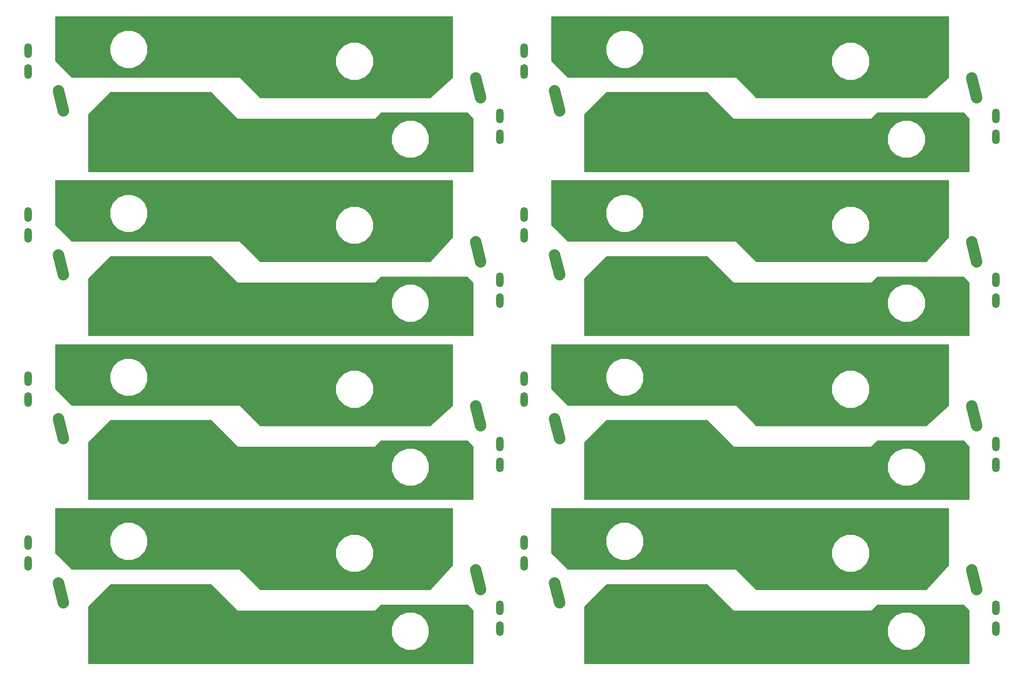
<source format=gbr>
G04 #@! TF.GenerationSoftware,KiCad,Pcbnew,(5.0.0)*
G04 #@! TF.CreationDate,2019-02-08T13:36:19+02:00*
G04 #@! TF.ProjectId,tp_x2_EKA_PnP,74705F78325F454B415F506E502E6B69,3*
G04 #@! TF.SameCoordinates,Original*
G04 #@! TF.FileFunction,Copper,L2,Bot,Signal*
G04 #@! TF.FilePolarity,Positive*
%FSLAX46Y46*%
G04 Gerber Fmt 4.6, Leading zero omitted, Abs format (unit mm)*
G04 Created by KiCad (PCBNEW (5.0.0)) date 02/08/19 13:36:19*
%MOMM*%
%LPD*%
G01*
G04 APERTURE LIST*
G04 #@! TA.AperFunction,ComponentPad*
%ADD10C,2.499360*%
G04 #@! TD*
G04 #@! TA.AperFunction,ComponentPad*
%ADD11C,2.800000*%
G04 #@! TD*
G04 #@! TA.AperFunction,ComponentPad*
%ADD12O,1.800000X3.600000*%
G04 #@! TD*
G04 #@! TA.AperFunction,ComponentPad*
%ADD13O,8.800000X2.800000*%
G04 #@! TD*
G04 #@! TA.AperFunction,Conductor*
%ADD14C,2.800000*%
G04 #@! TD*
G04 #@! TA.AperFunction,ComponentPad*
%ADD15O,3.600000X1.800000*%
G04 #@! TD*
G04 #@! TA.AperFunction,Conductor*
%ADD16C,0.254000*%
G04 #@! TD*
G04 APERTURE END LIST*
D10*
G04 #@! TO.P,H1,1*
G04 #@! TO.N,/LD1*
X178000000Y-171000000D03*
G04 #@! TD*
G04 #@! TO.P,H1,1*
G04 #@! TO.N,/LD1*
X178000000Y-91000000D03*
G04 #@! TD*
G04 #@! TO.P,H1,1*
G04 #@! TO.N,/LD1*
X299000000Y-91000000D03*
G04 #@! TD*
G04 #@! TO.P,H1,1*
G04 #@! TO.N,/LD1*
X301000000Y-171000000D03*
G04 #@! TD*
G04 #@! TO.P,H2,1*
G04 #@! TO.N,/PH3*
X133000000Y-179000000D03*
G04 #@! TD*
G04 #@! TO.P,H2,1*
G04 #@! TO.N,/PH1*
X133000000Y-139000000D03*
G04 #@! TD*
G04 #@! TO.P,H2,1*
G04 #@! TO.N,/PH3*
X187000000Y-179000000D03*
G04 #@! TD*
G04 #@! TO.P,H2,1*
G04 #@! TO.N,/PH3*
X197000000Y-184000000D03*
G04 #@! TD*
G04 #@! TO.P,H2,1*
G04 #@! TO.N,/PH1*
X115000000Y-141000000D03*
G04 #@! TD*
G04 #@! TO.P,H2,1*
G04 #@! TO.N,/PH3*
X115000000Y-181000000D03*
G04 #@! TD*
G04 #@! TO.P,H2,1*
G04 #@! TO.N,/PH3*
X151000000Y-179000000D03*
G04 #@! TD*
G04 #@! TO.P,H1,1*
G04 #@! TO.N,/LD3*
X119000000Y-207000000D03*
G04 #@! TD*
D11*
G04 #@! TO.P,X4,1*
G04 #@! TO.N,/LD3*
X152500000Y-211100000D03*
X147500000Y-211100000D03*
X142500000Y-211100000D03*
X152500000Y-204000000D03*
X147500000Y-204000000D03*
X142500000Y-204000000D03*
G04 #@! TD*
G04 #@! TO.P,X5,1*
G04 #@! TO.N,/PH3*
X158000000Y-180900000D03*
X163000000Y-180900000D03*
X168000000Y-180900000D03*
X158000000Y-188000000D03*
X163000000Y-188000000D03*
X168000000Y-188000000D03*
G04 #@! TD*
D12*
G04 #@! TO.P,X17,1*
G04 #@! TO.N,/CTRL3A*
X99400000Y-184420000D03*
X99400000Y-189500000D03*
G04 #@! TD*
D10*
G04 #@! TO.P,H2,1*
G04 #@! TO.N,/PH1*
X254000000Y-139000000D03*
G04 #@! TD*
G04 #@! TO.P,H2,1*
G04 #@! TO.N,/PH3*
X308000000Y-179000000D03*
G04 #@! TD*
G04 #@! TO.P,H2,1*
G04 #@! TO.N,/PH3*
X318000000Y-184000000D03*
G04 #@! TD*
G04 #@! TO.P,H1,1*
G04 #@! TO.N,/LD3*
X240000000Y-207000000D03*
G04 #@! TD*
G04 #@! TO.P,H2,1*
G04 #@! TO.N,/PH1*
X236000000Y-141000000D03*
G04 #@! TD*
G04 #@! TO.P,H2,1*
G04 #@! TO.N,/PH3*
X272000000Y-179000000D03*
G04 #@! TD*
D12*
G04 #@! TO.P,X17,1*
G04 #@! TO.N,/CTRL3A*
X220400000Y-189500000D03*
X220400000Y-184420000D03*
G04 #@! TD*
D11*
G04 #@! TO.P,X5,1*
G04 #@! TO.N,/PH3*
X289000000Y-188000000D03*
X284000000Y-188000000D03*
X279000000Y-188000000D03*
X289000000Y-180900000D03*
X284000000Y-180900000D03*
X279000000Y-180900000D03*
G04 #@! TD*
G04 #@! TO.P,X4,1*
G04 #@! TO.N,/LD3*
X263500000Y-204000000D03*
X268500000Y-204000000D03*
X273500000Y-204000000D03*
X263500000Y-211100000D03*
X268500000Y-211100000D03*
X273500000Y-211100000D03*
G04 #@! TD*
D10*
G04 #@! TO.P,H2,1*
G04 #@! TO.N,/PH3*
X254000000Y-179000000D03*
G04 #@! TD*
G04 #@! TO.P,H2,1*
G04 #@! TO.N,/PH3*
X236000000Y-181000000D03*
G04 #@! TD*
D13*
G04 #@! TO.P,V2.1,3*
G04 #@! TO.N,/PH3*
X234619236Y-188634980D03*
D11*
G04 #@! TO.P,V2.1,1*
G04 #@! TO.N,/LD3*
X239307528Y-199296590D03*
D14*
G04 #@! TD*
G04 #@! TO.N,/LD3*
G04 #@! TO.C,V2.1*
X237261533Y-201490651D02*
X241353523Y-197102529D01*
D11*
G04 #@! TO.P,V2.1,2*
G04 #@! TO.N,Net-(D1-Pad1)*
X228389270Y-196635452D03*
D14*
G04 #@! TD*
G04 #@! TO.N,Net-(D1-Pad1)*
G04 #@! TO.C,V2.1*
X227784465Y-194209713D02*
X228994075Y-199061191D01*
D10*
G04 #@! TO.P,H1,1*
G04 #@! TO.N,/LD3*
X321000000Y-208000000D03*
G04 #@! TD*
G04 #@! TO.P,H2,1*
G04 #@! TO.N,/PH3*
X311000000Y-191000000D03*
G04 #@! TD*
G04 #@! TO.P,H1,1*
G04 #@! TO.N,/LD3*
X282000000Y-211000000D03*
G04 #@! TD*
D11*
G04 #@! TO.P,X2,1*
G04 #@! TO.N,/PH1*
X279000000Y-140900000D03*
X284000000Y-140900000D03*
X289000000Y-140900000D03*
X279000000Y-148000000D03*
X284000000Y-148000000D03*
X289000000Y-148000000D03*
G04 #@! TD*
D13*
G04 #@! TO.P,V2.2,3*
G04 #@! TO.N,/LD3*
X323880764Y-201465020D03*
D11*
G04 #@! TO.P,V2.2,1*
G04 #@! TO.N,/PH3*
X319192472Y-190803410D03*
D14*
G04 #@! TD*
G04 #@! TO.N,/PH3*
G04 #@! TO.C,V2.2*
X321238467Y-188609349D02*
X317146477Y-192997471D01*
D11*
G04 #@! TO.P,V2.2,2*
G04 #@! TO.N,Net-(D2-Pad1)*
X330110730Y-193464548D03*
D14*
G04 #@! TD*
G04 #@! TO.N,Net-(D2-Pad1)*
G04 #@! TO.C,V2.2*
X330715535Y-195890287D02*
X329505925Y-191038809D01*
D10*
G04 #@! TO.P,H1,1*
G04 #@! TO.N,/LD1*
X321000000Y-168000000D03*
G04 #@! TD*
G04 #@! TO.P,H2,1*
G04 #@! TO.N,/PH1*
X311000000Y-151000000D03*
G04 #@! TD*
D15*
G04 #@! TO.P,X6,1*
G04 #@! TO.N,/LD3*
X292040000Y-205000000D03*
X286960000Y-205000000D03*
G04 #@! TD*
D10*
G04 #@! TO.P,H1,1*
G04 #@! TO.N,/LD1*
X252000000Y-169000000D03*
G04 #@! TD*
G04 #@! TO.P,H2,1*
G04 #@! TO.N,/PH1*
X308000000Y-139000000D03*
G04 #@! TD*
G04 #@! TO.P,H1,1*
G04 #@! TO.N,/LD1*
X240000000Y-167000000D03*
G04 #@! TD*
G04 #@! TO.P,H1,1*
G04 #@! TO.N,/LD1*
X282000000Y-171000000D03*
G04 #@! TD*
G04 #@! TO.P,H2,1*
G04 #@! TO.N,/PH1*
X318000000Y-144000000D03*
G04 #@! TD*
G04 #@! TO.P,H1,1*
G04 #@! TO.N,/LD3*
X306000000Y-204000000D03*
G04 #@! TD*
G04 #@! TO.P,H1,1*
G04 #@! TO.N,/LD1*
X306000000Y-164000000D03*
G04 #@! TD*
D12*
G04 #@! TO.P,X7,1*
G04 #@! TO.N,/CTRL1B*
X335500000Y-165440000D03*
X335500000Y-160360000D03*
G04 #@! TD*
D10*
G04 #@! TO.P,H2,1*
G04 #@! TO.N,/PH1*
X272000000Y-139000000D03*
G04 #@! TD*
D15*
G04 #@! TO.P,X3,1*
G04 #@! TO.N,/LD1*
X286960000Y-165000000D03*
X292040000Y-165000000D03*
G04 #@! TD*
D11*
G04 #@! TO.P,V1.1,2*
G04 #@! TO.N,Net-(D3-Pad1)*
X228389270Y-156635452D03*
D14*
G04 #@! TD*
G04 #@! TO.N,Net-(D3-Pad1)*
G04 #@! TO.C,V1.1*
X227784465Y-154209713D02*
X228994075Y-159061191D01*
D11*
G04 #@! TO.P,V1.1,1*
G04 #@! TO.N,/LD1*
X239307528Y-159296590D03*
D14*
G04 #@! TD*
G04 #@! TO.N,/LD1*
G04 #@! TO.C,V1.1*
X237261533Y-161490651D02*
X241353523Y-157102529D01*
D13*
G04 #@! TO.P,V1.1,3*
G04 #@! TO.N,/PH1*
X234619236Y-148634980D03*
G04 #@! TD*
D12*
G04 #@! TO.P,X9,1*
G04 #@! TO.N,/CTRL1A*
X220400000Y-144420000D03*
X220400000Y-149500000D03*
G04 #@! TD*
D11*
G04 #@! TO.P,X1,1*
G04 #@! TO.N,/LD1*
X273500000Y-171100000D03*
X268500000Y-171100000D03*
X263500000Y-171100000D03*
X273500000Y-164000000D03*
X268500000Y-164000000D03*
X263500000Y-164000000D03*
G04 #@! TD*
D15*
G04 #@! TO.P,X12,1*
G04 #@! TO.N,/PH1*
X266740000Y-143900000D03*
X261660000Y-143900000D03*
G04 #@! TD*
D10*
G04 #@! TO.P,H1,1*
G04 #@! TO.N,/LD1*
X247000000Y-159000000D03*
G04 #@! TD*
D11*
G04 #@! TO.P,V1.2,2*
G04 #@! TO.N,Net-(D4-Pad1)*
X330110730Y-153464548D03*
D14*
G04 #@! TD*
G04 #@! TO.N,Net-(D4-Pad1)*
G04 #@! TO.C,V1.2*
X330715535Y-155890287D02*
X329505925Y-151038809D01*
D11*
G04 #@! TO.P,V1.2,1*
G04 #@! TO.N,/PH1*
X319192472Y-150803410D03*
D14*
G04 #@! TD*
G04 #@! TO.N,/PH1*
G04 #@! TO.C,V1.2*
X321238467Y-148609349D02*
X317146477Y-152997471D01*
D13*
G04 #@! TO.P,V1.2,3*
G04 #@! TO.N,/LD1*
X323880764Y-161465020D03*
G04 #@! TD*
D15*
G04 #@! TO.P,X26,1*
G04 #@! TO.N,/PH3*
X261660000Y-183900000D03*
X266740000Y-183900000D03*
G04 #@! TD*
D10*
G04 #@! TO.P,H1,1*
G04 #@! TO.N,/LD3*
X252000000Y-209000000D03*
G04 #@! TD*
G04 #@! TO.P,H1,1*
G04 #@! TO.N,/LD3*
X247000000Y-199000000D03*
G04 #@! TD*
D15*
G04 #@! TO.P,X12,1*
G04 #@! TO.N,/PH1*
X140660000Y-143900000D03*
X145740000Y-143900000D03*
G04 #@! TD*
D13*
G04 #@! TO.P,V1.1,3*
G04 #@! TO.N,/PH1*
X113619236Y-148634980D03*
D11*
G04 #@! TO.P,V1.1,1*
G04 #@! TO.N,/LD1*
X118307528Y-159296590D03*
D14*
G04 #@! TD*
G04 #@! TO.N,/LD1*
G04 #@! TO.C,V1.1*
X116261533Y-161490651D02*
X120353523Y-157102529D01*
D11*
G04 #@! TO.P,V1.1,2*
G04 #@! TO.N,Net-(D3-Pad1)*
X107389270Y-156635452D03*
D14*
G04 #@! TD*
G04 #@! TO.N,Net-(D3-Pad1)*
G04 #@! TO.C,V1.1*
X106784465Y-154209713D02*
X107994075Y-159061191D01*
D11*
G04 #@! TO.P,X1,1*
G04 #@! TO.N,/LD1*
X142500000Y-164000000D03*
X147500000Y-164000000D03*
X152500000Y-164000000D03*
X142500000Y-171100000D03*
X147500000Y-171100000D03*
X152500000Y-171100000D03*
G04 #@! TD*
D12*
G04 #@! TO.P,X9,1*
G04 #@! TO.N,/CTRL1A*
X99400000Y-149500000D03*
X99400000Y-144420000D03*
G04 #@! TD*
D13*
G04 #@! TO.P,V1.2,3*
G04 #@! TO.N,/LD1*
X202880764Y-161465020D03*
D11*
G04 #@! TO.P,V1.2,1*
G04 #@! TO.N,/PH1*
X198192472Y-150803410D03*
D14*
G04 #@! TD*
G04 #@! TO.N,/PH1*
G04 #@! TO.C,V1.2*
X200238467Y-148609349D02*
X196146477Y-152997471D01*
D11*
G04 #@! TO.P,V1.2,2*
G04 #@! TO.N,Net-(D4-Pad1)*
X209110730Y-153464548D03*
D14*
G04 #@! TD*
G04 #@! TO.N,Net-(D4-Pad1)*
G04 #@! TO.C,V1.2*
X209715535Y-155890287D02*
X208505925Y-151038809D01*
D15*
G04 #@! TO.P,X3,1*
G04 #@! TO.N,/LD1*
X171040000Y-165000000D03*
X165960000Y-165000000D03*
G04 #@! TD*
D12*
G04 #@! TO.P,X7,1*
G04 #@! TO.N,/CTRL1B*
X214500000Y-160360000D03*
X214500000Y-165440000D03*
G04 #@! TD*
D10*
G04 #@! TO.P,H1,1*
G04 #@! TO.N,/LD1*
X185000000Y-164000000D03*
G04 #@! TD*
G04 #@! TO.P,H2,1*
G04 #@! TO.N,/PH1*
X151000000Y-139000000D03*
G04 #@! TD*
G04 #@! TO.P,H1,1*
G04 #@! TO.N,/LD1*
X126000000Y-159000000D03*
G04 #@! TD*
G04 #@! TO.P,H1,1*
G04 #@! TO.N,/LD1*
X131000000Y-169000000D03*
G04 #@! TD*
G04 #@! TO.P,H1,1*
G04 #@! TO.N,/LD1*
X161000000Y-171000000D03*
G04 #@! TD*
G04 #@! TO.P,H1,1*
G04 #@! TO.N,/LD1*
X200000000Y-168000000D03*
G04 #@! TD*
G04 #@! TO.P,H2,1*
G04 #@! TO.N,/PH1*
X190000000Y-151000000D03*
G04 #@! TD*
G04 #@! TO.P,H2,1*
G04 #@! TO.N,/PH1*
X187000000Y-139000000D03*
G04 #@! TD*
G04 #@! TO.P,H1,1*
G04 #@! TO.N,/LD1*
X119000000Y-167000000D03*
G04 #@! TD*
D11*
G04 #@! TO.P,X2,1*
G04 #@! TO.N,/PH1*
X168000000Y-148000000D03*
X163000000Y-148000000D03*
X158000000Y-148000000D03*
X168000000Y-140900000D03*
X163000000Y-140900000D03*
X158000000Y-140900000D03*
G04 #@! TD*
D12*
G04 #@! TO.P,X14,1*
G04 #@! TO.N,/CTRL3B*
X335500000Y-200360000D03*
X335500000Y-205440000D03*
G04 #@! TD*
D10*
G04 #@! TO.P,H1,1*
G04 #@! TO.N,/LD3*
X300000000Y-211000000D03*
G04 #@! TD*
G04 #@! TO.P,H2,1*
G04 #@! TO.N,/PH1*
X197000000Y-144000000D03*
G04 #@! TD*
G04 #@! TO.P,H1,1*
G04 #@! TO.N,/LD3*
X185000000Y-204000000D03*
G04 #@! TD*
D11*
G04 #@! TO.P,V2.1,2*
G04 #@! TO.N,Net-(D1-Pad1)*
X107389270Y-196635452D03*
D14*
G04 #@! TD*
G04 #@! TO.N,Net-(D1-Pad1)*
G04 #@! TO.C,V2.1*
X106784465Y-194209713D02*
X107994075Y-199061191D01*
D11*
G04 #@! TO.P,V2.1,1*
G04 #@! TO.N,/LD3*
X118307528Y-199296590D03*
D14*
G04 #@! TD*
G04 #@! TO.N,/LD3*
G04 #@! TO.C,V2.1*
X116261533Y-201490651D02*
X120353523Y-197102529D01*
D13*
G04 #@! TO.P,V2.1,3*
G04 #@! TO.N,/PH3*
X113619236Y-188634980D03*
G04 #@! TD*
D15*
G04 #@! TO.P,X6,1*
G04 #@! TO.N,/LD3*
X165960000Y-205000000D03*
X171040000Y-205000000D03*
G04 #@! TD*
D10*
G04 #@! TO.P,H1,1*
G04 #@! TO.N,/LD3*
X200000000Y-208000000D03*
G04 #@! TD*
G04 #@! TO.P,H2,1*
G04 #@! TO.N,/PH3*
X190000000Y-191000000D03*
G04 #@! TD*
G04 #@! TO.P,H1,1*
G04 #@! TO.N,/LD3*
X161000000Y-211000000D03*
G04 #@! TD*
D11*
G04 #@! TO.P,V2.2,2*
G04 #@! TO.N,Net-(D2-Pad1)*
X209110730Y-193464548D03*
D14*
G04 #@! TD*
G04 #@! TO.N,Net-(D2-Pad1)*
G04 #@! TO.C,V2.2*
X209715535Y-195890287D02*
X208505925Y-191038809D01*
D11*
G04 #@! TO.P,V2.2,1*
G04 #@! TO.N,/PH3*
X198192472Y-190803410D03*
D14*
G04 #@! TD*
G04 #@! TO.N,/PH3*
G04 #@! TO.C,V2.2*
X200238467Y-188609349D02*
X196146477Y-192997471D01*
D13*
G04 #@! TO.P,V2.2,3*
G04 #@! TO.N,/LD3*
X202880764Y-201465020D03*
G04 #@! TD*
D12*
G04 #@! TO.P,X14,1*
G04 #@! TO.N,/CTRL3B*
X214500000Y-205440000D03*
X214500000Y-200360000D03*
G04 #@! TD*
D10*
G04 #@! TO.P,H1,1*
G04 #@! TO.N,/LD3*
X179000000Y-211000000D03*
G04 #@! TD*
D15*
G04 #@! TO.P,X26,1*
G04 #@! TO.N,/PH3*
X145740000Y-183900000D03*
X140660000Y-183900000D03*
G04 #@! TD*
D10*
G04 #@! TO.P,H1,1*
G04 #@! TO.N,/LD3*
X131000000Y-209000000D03*
G04 #@! TD*
G04 #@! TO.P,H1,1*
G04 #@! TO.N,/LD3*
X126000000Y-199000000D03*
G04 #@! TD*
G04 #@! TO.P,H2,1*
G04 #@! TO.N,/PH3*
X254000000Y-99000000D03*
G04 #@! TD*
G04 #@! TO.P,H2,1*
G04 #@! TO.N,/PH1*
X254000000Y-59000000D03*
G04 #@! TD*
G04 #@! TO.P,H2,1*
G04 #@! TO.N,/PH3*
X308000000Y-99000000D03*
G04 #@! TD*
G04 #@! TO.P,H2,1*
G04 #@! TO.N,/PH3*
X318000000Y-104000000D03*
G04 #@! TD*
G04 #@! TO.P,H2,1*
G04 #@! TO.N,/PH1*
X236000000Y-61000000D03*
G04 #@! TD*
G04 #@! TO.P,H2,1*
G04 #@! TO.N,/PH3*
X236000000Y-101000000D03*
G04 #@! TD*
G04 #@! TO.P,H2,1*
G04 #@! TO.N,/PH3*
X272000000Y-99000000D03*
G04 #@! TD*
G04 #@! TO.P,H1,1*
G04 #@! TO.N,/LD3*
X240000000Y-127000000D03*
G04 #@! TD*
D11*
G04 #@! TO.P,X4,1*
G04 #@! TO.N,/LD3*
X273500000Y-131100000D03*
X268500000Y-131100000D03*
X263500000Y-131100000D03*
X273500000Y-124000000D03*
X268500000Y-124000000D03*
X263500000Y-124000000D03*
G04 #@! TD*
G04 #@! TO.P,X5,1*
G04 #@! TO.N,/PH3*
X279000000Y-100900000D03*
X284000000Y-100900000D03*
X289000000Y-100900000D03*
X279000000Y-108000000D03*
X284000000Y-108000000D03*
X289000000Y-108000000D03*
G04 #@! TD*
D12*
G04 #@! TO.P,X17,1*
G04 #@! TO.N,/CTRL3A*
X220400000Y-104420000D03*
X220400000Y-109500000D03*
G04 #@! TD*
D15*
G04 #@! TO.P,X12,1*
G04 #@! TO.N,/PH1*
X261660000Y-63900000D03*
X266740000Y-63900000D03*
G04 #@! TD*
D13*
G04 #@! TO.P,V1.1,3*
G04 #@! TO.N,/PH1*
X234619236Y-68634980D03*
D11*
G04 #@! TO.P,V1.1,1*
G04 #@! TO.N,/LD1*
X239307528Y-79296590D03*
D14*
G04 #@! TD*
G04 #@! TO.N,/LD1*
G04 #@! TO.C,V1.1*
X237261533Y-81490651D02*
X241353523Y-77102529D01*
D11*
G04 #@! TO.P,V1.1,2*
G04 #@! TO.N,Net-(D3-Pad1)*
X228389270Y-76635452D03*
D14*
G04 #@! TD*
G04 #@! TO.N,Net-(D3-Pad1)*
G04 #@! TO.C,V1.1*
X227784465Y-74209713D02*
X228994075Y-79061191D01*
D11*
G04 #@! TO.P,X1,1*
G04 #@! TO.N,/LD1*
X263500000Y-84000000D03*
X268500000Y-84000000D03*
X273500000Y-84000000D03*
X263500000Y-91100000D03*
X268500000Y-91100000D03*
X273500000Y-91100000D03*
G04 #@! TD*
D12*
G04 #@! TO.P,X9,1*
G04 #@! TO.N,/CTRL1A*
X220400000Y-69500000D03*
X220400000Y-64420000D03*
G04 #@! TD*
D13*
G04 #@! TO.P,V1.2,3*
G04 #@! TO.N,/LD1*
X323880764Y-81465020D03*
D11*
G04 #@! TO.P,V1.2,1*
G04 #@! TO.N,/PH1*
X319192472Y-70803410D03*
D14*
G04 #@! TD*
G04 #@! TO.N,/PH1*
G04 #@! TO.C,V1.2*
X321238467Y-68609349D02*
X317146477Y-72997471D01*
D11*
G04 #@! TO.P,V1.2,2*
G04 #@! TO.N,Net-(D4-Pad1)*
X330110730Y-73464548D03*
D14*
G04 #@! TD*
G04 #@! TO.N,Net-(D4-Pad1)*
G04 #@! TO.C,V1.2*
X330715535Y-75890287D02*
X329505925Y-71038809D01*
D15*
G04 #@! TO.P,X3,1*
G04 #@! TO.N,/LD1*
X292040000Y-85000000D03*
X286960000Y-85000000D03*
G04 #@! TD*
D12*
G04 #@! TO.P,X7,1*
G04 #@! TO.N,/CTRL1B*
X335500000Y-80360000D03*
X335500000Y-85440000D03*
G04 #@! TD*
D10*
G04 #@! TO.P,H1,1*
G04 #@! TO.N,/LD1*
X306000000Y-84000000D03*
G04 #@! TD*
G04 #@! TO.P,H2,1*
G04 #@! TO.N,/PH1*
X272000000Y-59000000D03*
G04 #@! TD*
G04 #@! TO.P,H1,1*
G04 #@! TO.N,/LD1*
X247000000Y-79000000D03*
G04 #@! TD*
G04 #@! TO.P,H1,1*
G04 #@! TO.N,/LD1*
X252000000Y-89000000D03*
G04 #@! TD*
G04 #@! TO.P,H1,1*
G04 #@! TO.N,/LD1*
X282000000Y-91000000D03*
G04 #@! TD*
G04 #@! TO.P,H1,1*
G04 #@! TO.N,/LD1*
X321000000Y-88000000D03*
G04 #@! TD*
G04 #@! TO.P,H2,1*
G04 #@! TO.N,/PH1*
X311000000Y-71000000D03*
G04 #@! TD*
G04 #@! TO.P,H2,1*
G04 #@! TO.N,/PH1*
X308000000Y-59000000D03*
G04 #@! TD*
G04 #@! TO.P,H1,1*
G04 #@! TO.N,/LD1*
X240000000Y-87000000D03*
G04 #@! TD*
D11*
G04 #@! TO.P,X2,1*
G04 #@! TO.N,/PH1*
X289000000Y-68000000D03*
X284000000Y-68000000D03*
X279000000Y-68000000D03*
X289000000Y-60900000D03*
X284000000Y-60900000D03*
X279000000Y-60900000D03*
G04 #@! TD*
D10*
G04 #@! TO.P,H2,1*
G04 #@! TO.N,/PH1*
X318000000Y-64000000D03*
G04 #@! TD*
G04 #@! TO.P,H1,1*
G04 #@! TO.N,/LD3*
X306000000Y-124000000D03*
G04 #@! TD*
D11*
G04 #@! TO.P,V2.1,2*
G04 #@! TO.N,Net-(D1-Pad1)*
X228389270Y-116635452D03*
D14*
G04 #@! TD*
G04 #@! TO.N,Net-(D1-Pad1)*
G04 #@! TO.C,V2.1*
X227784465Y-114209713D02*
X228994075Y-119061191D01*
D11*
G04 #@! TO.P,V2.1,1*
G04 #@! TO.N,/LD3*
X239307528Y-119296590D03*
D14*
G04 #@! TD*
G04 #@! TO.N,/LD3*
G04 #@! TO.C,V2.1*
X237261533Y-121490651D02*
X241353523Y-117102529D01*
D13*
G04 #@! TO.P,V2.1,3*
G04 #@! TO.N,/PH3*
X234619236Y-108634980D03*
G04 #@! TD*
D15*
G04 #@! TO.P,X6,1*
G04 #@! TO.N,/LD3*
X286960000Y-125000000D03*
X292040000Y-125000000D03*
G04 #@! TD*
D10*
G04 #@! TO.P,H1,1*
G04 #@! TO.N,/LD3*
X321000000Y-128000000D03*
G04 #@! TD*
G04 #@! TO.P,H2,1*
G04 #@! TO.N,/PH3*
X311000000Y-111000000D03*
G04 #@! TD*
G04 #@! TO.P,H1,1*
G04 #@! TO.N,/LD3*
X282000000Y-131000000D03*
G04 #@! TD*
D11*
G04 #@! TO.P,V2.2,2*
G04 #@! TO.N,Net-(D2-Pad1)*
X330110730Y-113464548D03*
D14*
G04 #@! TD*
G04 #@! TO.N,Net-(D2-Pad1)*
G04 #@! TO.C,V2.2*
X330715535Y-115890287D02*
X329505925Y-111038809D01*
D11*
G04 #@! TO.P,V2.2,1*
G04 #@! TO.N,/PH3*
X319192472Y-110803410D03*
D14*
G04 #@! TD*
G04 #@! TO.N,/PH3*
G04 #@! TO.C,V2.2*
X321238467Y-108609349D02*
X317146477Y-112997471D01*
D13*
G04 #@! TO.P,V2.2,3*
G04 #@! TO.N,/LD3*
X323880764Y-121465020D03*
G04 #@! TD*
D12*
G04 #@! TO.P,X14,1*
G04 #@! TO.N,/CTRL3B*
X335500000Y-125440000D03*
X335500000Y-120360000D03*
G04 #@! TD*
D10*
G04 #@! TO.P,H1,1*
G04 #@! TO.N,/LD3*
X300000000Y-131000000D03*
G04 #@! TD*
D15*
G04 #@! TO.P,X26,1*
G04 #@! TO.N,/PH3*
X266740000Y-103900000D03*
X261660000Y-103900000D03*
G04 #@! TD*
D10*
G04 #@! TO.P,H1,1*
G04 #@! TO.N,/LD3*
X252000000Y-129000000D03*
G04 #@! TD*
G04 #@! TO.P,H1,1*
G04 #@! TO.N,/LD3*
X247000000Y-119000000D03*
G04 #@! TD*
D12*
G04 #@! TO.P,X14,1*
G04 #@! TO.N,/CTRL3B*
X214500000Y-120360000D03*
X214500000Y-125440000D03*
G04 #@! TD*
D15*
G04 #@! TO.P,X26,1*
G04 #@! TO.N,/PH3*
X140660000Y-103900000D03*
X145740000Y-103900000D03*
G04 #@! TD*
D13*
G04 #@! TO.P,V2.1,3*
G04 #@! TO.N,/PH3*
X113619236Y-108634980D03*
D11*
G04 #@! TO.P,V2.1,1*
G04 #@! TO.N,/LD3*
X118307528Y-119296590D03*
D14*
G04 #@! TD*
G04 #@! TO.N,/LD3*
G04 #@! TO.C,V2.1*
X116261533Y-121490651D02*
X120353523Y-117102529D01*
D11*
G04 #@! TO.P,V2.1,2*
G04 #@! TO.N,Net-(D1-Pad1)*
X107389270Y-116635452D03*
D14*
G04 #@! TD*
G04 #@! TO.N,Net-(D1-Pad1)*
G04 #@! TO.C,V2.1*
X106784465Y-114209713D02*
X107994075Y-119061191D01*
D13*
G04 #@! TO.P,V2.2,3*
G04 #@! TO.N,/LD3*
X202880764Y-121465020D03*
D11*
G04 #@! TO.P,V2.2,1*
G04 #@! TO.N,/PH3*
X198192472Y-110803410D03*
D14*
G04 #@! TD*
G04 #@! TO.N,/PH3*
G04 #@! TO.C,V2.2*
X200238467Y-108609349D02*
X196146477Y-112997471D01*
D11*
G04 #@! TO.P,V2.2,2*
G04 #@! TO.N,Net-(D2-Pad1)*
X209110730Y-113464548D03*
D14*
G04 #@! TD*
G04 #@! TO.N,Net-(D2-Pad1)*
G04 #@! TO.C,V2.2*
X209715535Y-115890287D02*
X208505925Y-111038809D01*
D15*
G04 #@! TO.P,X6,1*
G04 #@! TO.N,/LD3*
X171040000Y-125000000D03*
X165960000Y-125000000D03*
G04 #@! TD*
D10*
G04 #@! TO.P,H1,1*
G04 #@! TO.N,/LD3*
X185000000Y-124000000D03*
G04 #@! TD*
G04 #@! TO.P,H1,1*
G04 #@! TO.N,/LD3*
X179000000Y-131000000D03*
G04 #@! TD*
G04 #@! TO.P,H1,1*
G04 #@! TO.N,/LD3*
X161000000Y-131000000D03*
G04 #@! TD*
G04 #@! TO.P,H1,1*
G04 #@! TO.N,/LD3*
X126000000Y-119000000D03*
G04 #@! TD*
G04 #@! TO.P,H1,1*
G04 #@! TO.N,/LD3*
X131000000Y-129000000D03*
G04 #@! TD*
G04 #@! TO.P,H2,1*
G04 #@! TO.N,/PH3*
X190000000Y-111000000D03*
G04 #@! TD*
G04 #@! TO.P,H1,1*
G04 #@! TO.N,/LD3*
X200000000Y-128000000D03*
G04 #@! TD*
G04 #@! TO.P,H2,1*
G04 #@! TO.N,/PH3*
X197000000Y-104000000D03*
G04 #@! TD*
D12*
G04 #@! TO.P,X17,1*
G04 #@! TO.N,/CTRL3A*
X99400000Y-109500000D03*
X99400000Y-104420000D03*
G04 #@! TD*
D11*
G04 #@! TO.P,X5,1*
G04 #@! TO.N,/PH3*
X168000000Y-108000000D03*
X163000000Y-108000000D03*
X158000000Y-108000000D03*
X168000000Y-100900000D03*
X163000000Y-100900000D03*
X158000000Y-100900000D03*
G04 #@! TD*
G04 #@! TO.P,X4,1*
G04 #@! TO.N,/LD3*
X142500000Y-124000000D03*
X147500000Y-124000000D03*
X152500000Y-124000000D03*
X142500000Y-131100000D03*
X147500000Y-131100000D03*
X152500000Y-131100000D03*
G04 #@! TD*
D10*
G04 #@! TO.P,H1,1*
G04 #@! TO.N,/LD3*
X119000000Y-127000000D03*
G04 #@! TD*
G04 #@! TO.P,H2,1*
G04 #@! TO.N,/PH3*
X151000000Y-99000000D03*
G04 #@! TD*
G04 #@! TO.P,H2,1*
G04 #@! TO.N,/PH3*
X133000000Y-99000000D03*
G04 #@! TD*
G04 #@! TO.P,H2,1*
G04 #@! TO.N,/PH3*
X187000000Y-99000000D03*
G04 #@! TD*
G04 #@! TO.P,H2,1*
G04 #@! TO.N,/PH3*
X115000000Y-101000000D03*
G04 #@! TD*
G04 #@! TO.P,H2,1*
G04 #@! TO.N,/PH1*
X115000000Y-61000000D03*
G04 #@! TD*
G04 #@! TO.P,H2,1*
G04 #@! TO.N,/PH1*
X133000000Y-59000000D03*
G04 #@! TD*
G04 #@! TO.P,H2,1*
G04 #@! TO.N,/PH1*
X151000000Y-59000000D03*
G04 #@! TD*
G04 #@! TO.P,H2,1*
G04 #@! TO.N,/PH1*
X187000000Y-59000000D03*
G04 #@! TD*
G04 #@! TO.P,H2,1*
G04 #@! TO.N,/PH1*
X190000000Y-71000000D03*
G04 #@! TD*
G04 #@! TO.P,H1,1*
G04 #@! TO.N,/LD1*
X200000000Y-88000000D03*
G04 #@! TD*
G04 #@! TO.P,H1,1*
G04 #@! TO.N,/LD1*
X185000000Y-84000000D03*
G04 #@! TD*
G04 #@! TO.P,H1,1*
G04 #@! TO.N,/LD1*
X161000000Y-91000000D03*
G04 #@! TD*
G04 #@! TO.P,H1,1*
G04 #@! TO.N,/LD1*
X131000000Y-89000000D03*
G04 #@! TD*
G04 #@! TO.P,H1,1*
G04 #@! TO.N,/LD1*
X126000000Y-79000000D03*
G04 #@! TD*
D15*
G04 #@! TO.P,X3,1*
G04 #@! TO.N,/LD1*
X165960000Y-85000000D03*
X171040000Y-85000000D03*
G04 #@! TD*
D11*
G04 #@! TO.P,V1.2,2*
G04 #@! TO.N,Net-(D4-Pad1)*
X209110730Y-73464548D03*
D14*
G04 #@! TD*
G04 #@! TO.N,Net-(D4-Pad1)*
G04 #@! TO.C,V1.2*
X209715535Y-75890287D02*
X208505925Y-71038809D01*
D11*
G04 #@! TO.P,V1.2,1*
G04 #@! TO.N,/PH1*
X198192472Y-70803410D03*
D14*
G04 #@! TD*
G04 #@! TO.N,/PH1*
G04 #@! TO.C,V1.2*
X200238467Y-68609349D02*
X196146477Y-72997471D01*
D13*
G04 #@! TO.P,V1.2,3*
G04 #@! TO.N,/LD1*
X202880764Y-81465020D03*
G04 #@! TD*
D11*
G04 #@! TO.P,V1.1,2*
G04 #@! TO.N,Net-(D3-Pad1)*
X107389270Y-76635452D03*
D14*
G04 #@! TD*
G04 #@! TO.N,Net-(D3-Pad1)*
G04 #@! TO.C,V1.1*
X106784465Y-74209713D02*
X107994075Y-79061191D01*
D11*
G04 #@! TO.P,V1.1,1*
G04 #@! TO.N,/LD1*
X118307528Y-79296590D03*
D14*
G04 #@! TD*
G04 #@! TO.N,/LD1*
G04 #@! TO.C,V1.1*
X116261533Y-81490651D02*
X120353523Y-77102529D01*
D13*
G04 #@! TO.P,V1.1,3*
G04 #@! TO.N,/PH1*
X113619236Y-68634980D03*
G04 #@! TD*
D12*
G04 #@! TO.P,X7,1*
G04 #@! TO.N,/CTRL1B*
X214500000Y-85440000D03*
X214500000Y-80360000D03*
G04 #@! TD*
D15*
G04 #@! TO.P,X12,1*
G04 #@! TO.N,/PH1*
X145740000Y-63900000D03*
X140660000Y-63900000D03*
G04 #@! TD*
D12*
G04 #@! TO.P,X9,1*
G04 #@! TO.N,/CTRL1A*
X99400000Y-64420000D03*
X99400000Y-69500000D03*
G04 #@! TD*
D11*
G04 #@! TO.P,X1,1*
G04 #@! TO.N,/LD1*
X152500000Y-91100000D03*
X147500000Y-91100000D03*
X142500000Y-91100000D03*
X152500000Y-84000000D03*
X147500000Y-84000000D03*
X142500000Y-84000000D03*
G04 #@! TD*
G04 #@! TO.P,X2,1*
G04 #@! TO.N,/PH1*
X158000000Y-60900000D03*
X163000000Y-60900000D03*
X168000000Y-60900000D03*
X158000000Y-68000000D03*
X163000000Y-68000000D03*
X168000000Y-68000000D03*
G04 #@! TD*
D10*
G04 #@! TO.P,H1,1*
G04 #@! TO.N,/LD1*
X119000000Y-87000000D03*
G04 #@! TD*
G04 #@! TO.P,H2,1*
G04 #@! TO.N,/PH1*
X197000000Y-64000000D03*
G04 #@! TD*
D16*
G04 #@! TO.N,/PH1*
G36*
X202873000Y-70943820D02*
X197450902Y-75873000D01*
X156052606Y-75873000D01*
X151089803Y-70910197D01*
X151048601Y-70882667D01*
X151000000Y-70873000D01*
X110052606Y-70873000D01*
X106127000Y-66947394D01*
X106127000Y-63178041D01*
X119265000Y-63178041D01*
X119265000Y-65021959D01*
X119970637Y-66725517D01*
X121274483Y-68029363D01*
X122978041Y-68735000D01*
X124821959Y-68735000D01*
X126525517Y-68029363D01*
X127829363Y-66725517D01*
X128097556Y-66078041D01*
X174365000Y-66078041D01*
X174365000Y-67921959D01*
X175070637Y-69625517D01*
X176374483Y-70929363D01*
X178078041Y-71635000D01*
X179921959Y-71635000D01*
X181625517Y-70929363D01*
X182929363Y-69625517D01*
X183635000Y-67921959D01*
X183635000Y-66078041D01*
X182929363Y-64374483D01*
X181625517Y-63070637D01*
X179921959Y-62365000D01*
X178078041Y-62365000D01*
X176374483Y-63070637D01*
X175070637Y-64374483D01*
X174365000Y-66078041D01*
X128097556Y-66078041D01*
X128535000Y-65021959D01*
X128535000Y-63178041D01*
X127829363Y-61474483D01*
X126525517Y-60170637D01*
X124821959Y-59465000D01*
X122978041Y-59465000D01*
X121274483Y-60170637D01*
X119970637Y-61474483D01*
X119265000Y-63178041D01*
X106127000Y-63178041D01*
X106127000Y-56127000D01*
X202873000Y-56127000D01*
X202873000Y-70943820D01*
X202873000Y-70943820D01*
G37*
X202873000Y-70943820D02*
X197450902Y-75873000D01*
X156052606Y-75873000D01*
X151089803Y-70910197D01*
X151048601Y-70882667D01*
X151000000Y-70873000D01*
X110052606Y-70873000D01*
X106127000Y-66947394D01*
X106127000Y-63178041D01*
X119265000Y-63178041D01*
X119265000Y-65021959D01*
X119970637Y-66725517D01*
X121274483Y-68029363D01*
X122978041Y-68735000D01*
X124821959Y-68735000D01*
X126525517Y-68029363D01*
X127829363Y-66725517D01*
X128097556Y-66078041D01*
X174365000Y-66078041D01*
X174365000Y-67921959D01*
X175070637Y-69625517D01*
X176374483Y-70929363D01*
X178078041Y-71635000D01*
X179921959Y-71635000D01*
X181625517Y-70929363D01*
X182929363Y-69625517D01*
X183635000Y-67921959D01*
X183635000Y-66078041D01*
X182929363Y-64374483D01*
X181625517Y-63070637D01*
X179921959Y-62365000D01*
X178078041Y-62365000D01*
X176374483Y-63070637D01*
X175070637Y-64374483D01*
X174365000Y-66078041D01*
X128097556Y-66078041D01*
X128535000Y-65021959D01*
X128535000Y-63178041D01*
X127829363Y-61474483D01*
X126525517Y-60170637D01*
X124821959Y-59465000D01*
X122978041Y-59465000D01*
X121274483Y-60170637D01*
X119970637Y-61474483D01*
X119265000Y-63178041D01*
X106127000Y-63178041D01*
X106127000Y-56127000D01*
X202873000Y-56127000D01*
X202873000Y-70943820D01*
G04 #@! TO.N,/LD1*
G36*
X150410197Y-81089803D02*
X150451399Y-81117333D01*
X150500000Y-81127000D01*
X184000000Y-81127000D01*
X184048601Y-81117333D01*
X184089803Y-81089803D01*
X185552606Y-79627000D01*
X206544812Y-79627000D01*
X207873000Y-81050058D01*
X207873000Y-93873000D01*
X114127000Y-93873000D01*
X114127000Y-85078041D01*
X187965000Y-85078041D01*
X187965000Y-86921959D01*
X188670637Y-88625517D01*
X189974483Y-89929363D01*
X191678041Y-90635000D01*
X193521959Y-90635000D01*
X195225517Y-89929363D01*
X196529363Y-88625517D01*
X197235000Y-86921959D01*
X197235000Y-85078041D01*
X196529363Y-83374483D01*
X195225517Y-82070637D01*
X193521959Y-81365000D01*
X191678041Y-81365000D01*
X189974483Y-82070637D01*
X188670637Y-83374483D01*
X187965000Y-85078041D01*
X114127000Y-85078041D01*
X114127000Y-80052606D01*
X119552606Y-74627000D01*
X143947394Y-74627000D01*
X150410197Y-81089803D01*
X150410197Y-81089803D01*
G37*
X150410197Y-81089803D02*
X150451399Y-81117333D01*
X150500000Y-81127000D01*
X184000000Y-81127000D01*
X184048601Y-81117333D01*
X184089803Y-81089803D01*
X185552606Y-79627000D01*
X206544812Y-79627000D01*
X207873000Y-81050058D01*
X207873000Y-93873000D01*
X114127000Y-93873000D01*
X114127000Y-85078041D01*
X187965000Y-85078041D01*
X187965000Y-86921959D01*
X188670637Y-88625517D01*
X189974483Y-89929363D01*
X191678041Y-90635000D01*
X193521959Y-90635000D01*
X195225517Y-89929363D01*
X196529363Y-88625517D01*
X197235000Y-86921959D01*
X197235000Y-85078041D01*
X196529363Y-83374483D01*
X195225517Y-82070637D01*
X193521959Y-81365000D01*
X191678041Y-81365000D01*
X189974483Y-82070637D01*
X188670637Y-83374483D01*
X187965000Y-85078041D01*
X114127000Y-85078041D01*
X114127000Y-80052606D01*
X119552606Y-74627000D01*
X143947394Y-74627000D01*
X150410197Y-81089803D01*
G04 #@! TO.N,/LD3*
G36*
X150410197Y-121089803D02*
X150451399Y-121117333D01*
X150500000Y-121127000D01*
X184000000Y-121127000D01*
X184048601Y-121117333D01*
X184089803Y-121089803D01*
X185552606Y-119627000D01*
X206544812Y-119627000D01*
X207873000Y-121050058D01*
X207873000Y-133873000D01*
X114127000Y-133873000D01*
X114127000Y-125078041D01*
X187965000Y-125078041D01*
X187965000Y-126921959D01*
X188670637Y-128625517D01*
X189974483Y-129929363D01*
X191678041Y-130635000D01*
X193521959Y-130635000D01*
X195225517Y-129929363D01*
X196529363Y-128625517D01*
X197235000Y-126921959D01*
X197235000Y-125078041D01*
X196529363Y-123374483D01*
X195225517Y-122070637D01*
X193521959Y-121365000D01*
X191678041Y-121365000D01*
X189974483Y-122070637D01*
X188670637Y-123374483D01*
X187965000Y-125078041D01*
X114127000Y-125078041D01*
X114127000Y-120052606D01*
X119552606Y-114627000D01*
X143947394Y-114627000D01*
X150410197Y-121089803D01*
X150410197Y-121089803D01*
G37*
X150410197Y-121089803D02*
X150451399Y-121117333D01*
X150500000Y-121127000D01*
X184000000Y-121127000D01*
X184048601Y-121117333D01*
X184089803Y-121089803D01*
X185552606Y-119627000D01*
X206544812Y-119627000D01*
X207873000Y-121050058D01*
X207873000Y-133873000D01*
X114127000Y-133873000D01*
X114127000Y-125078041D01*
X187965000Y-125078041D01*
X187965000Y-126921959D01*
X188670637Y-128625517D01*
X189974483Y-129929363D01*
X191678041Y-130635000D01*
X193521959Y-130635000D01*
X195225517Y-129929363D01*
X196529363Y-128625517D01*
X197235000Y-126921959D01*
X197235000Y-125078041D01*
X196529363Y-123374483D01*
X195225517Y-122070637D01*
X193521959Y-121365000D01*
X191678041Y-121365000D01*
X189974483Y-122070637D01*
X188670637Y-123374483D01*
X187965000Y-125078041D01*
X114127000Y-125078041D01*
X114127000Y-120052606D01*
X119552606Y-114627000D01*
X143947394Y-114627000D01*
X150410197Y-121089803D01*
G04 #@! TO.N,/PH3*
G36*
X202873000Y-109950599D02*
X197444132Y-115873000D01*
X156052606Y-115873000D01*
X151089803Y-110910197D01*
X151048601Y-110882667D01*
X151000000Y-110873000D01*
X110052606Y-110873000D01*
X106127000Y-106947394D01*
X106127000Y-103178041D01*
X119265000Y-103178041D01*
X119265000Y-105021959D01*
X119970637Y-106725517D01*
X121274483Y-108029363D01*
X122978041Y-108735000D01*
X124821959Y-108735000D01*
X126525517Y-108029363D01*
X127829363Y-106725517D01*
X128097556Y-106078041D01*
X174365000Y-106078041D01*
X174365000Y-107921959D01*
X175070637Y-109625517D01*
X176374483Y-110929363D01*
X178078041Y-111635000D01*
X179921959Y-111635000D01*
X181625517Y-110929363D01*
X182929363Y-109625517D01*
X183635000Y-107921959D01*
X183635000Y-106078041D01*
X182929363Y-104374483D01*
X181625517Y-103070637D01*
X179921959Y-102365000D01*
X178078041Y-102365000D01*
X176374483Y-103070637D01*
X175070637Y-104374483D01*
X174365000Y-106078041D01*
X128097556Y-106078041D01*
X128535000Y-105021959D01*
X128535000Y-103178041D01*
X127829363Y-101474483D01*
X126525517Y-100170637D01*
X124821959Y-99465000D01*
X122978041Y-99465000D01*
X121274483Y-100170637D01*
X119970637Y-101474483D01*
X119265000Y-103178041D01*
X106127000Y-103178041D01*
X106127000Y-96127000D01*
X202873000Y-96127000D01*
X202873000Y-109950599D01*
X202873000Y-109950599D01*
G37*
X202873000Y-109950599D02*
X197444132Y-115873000D01*
X156052606Y-115873000D01*
X151089803Y-110910197D01*
X151048601Y-110882667D01*
X151000000Y-110873000D01*
X110052606Y-110873000D01*
X106127000Y-106947394D01*
X106127000Y-103178041D01*
X119265000Y-103178041D01*
X119265000Y-105021959D01*
X119970637Y-106725517D01*
X121274483Y-108029363D01*
X122978041Y-108735000D01*
X124821959Y-108735000D01*
X126525517Y-108029363D01*
X127829363Y-106725517D01*
X128097556Y-106078041D01*
X174365000Y-106078041D01*
X174365000Y-107921959D01*
X175070637Y-109625517D01*
X176374483Y-110929363D01*
X178078041Y-111635000D01*
X179921959Y-111635000D01*
X181625517Y-110929363D01*
X182929363Y-109625517D01*
X183635000Y-107921959D01*
X183635000Y-106078041D01*
X182929363Y-104374483D01*
X181625517Y-103070637D01*
X179921959Y-102365000D01*
X178078041Y-102365000D01*
X176374483Y-103070637D01*
X175070637Y-104374483D01*
X174365000Y-106078041D01*
X128097556Y-106078041D01*
X128535000Y-105021959D01*
X128535000Y-103178041D01*
X127829363Y-101474483D01*
X126525517Y-100170637D01*
X124821959Y-99465000D01*
X122978041Y-99465000D01*
X121274483Y-100170637D01*
X119970637Y-101474483D01*
X119265000Y-103178041D01*
X106127000Y-103178041D01*
X106127000Y-96127000D01*
X202873000Y-96127000D01*
X202873000Y-109950599D01*
G04 #@! TO.N,/PH1*
G36*
X323873000Y-70943820D02*
X318450902Y-75873000D01*
X277052606Y-75873000D01*
X272089803Y-70910197D01*
X272048601Y-70882667D01*
X272000000Y-70873000D01*
X231052606Y-70873000D01*
X227127000Y-66947394D01*
X227127000Y-63178041D01*
X240265000Y-63178041D01*
X240265000Y-65021959D01*
X240970637Y-66725517D01*
X242274483Y-68029363D01*
X243978041Y-68735000D01*
X245821959Y-68735000D01*
X247525517Y-68029363D01*
X248829363Y-66725517D01*
X249097556Y-66078041D01*
X295365000Y-66078041D01*
X295365000Y-67921959D01*
X296070637Y-69625517D01*
X297374483Y-70929363D01*
X299078041Y-71635000D01*
X300921959Y-71635000D01*
X302625517Y-70929363D01*
X303929363Y-69625517D01*
X304635000Y-67921959D01*
X304635000Y-66078041D01*
X303929363Y-64374483D01*
X302625517Y-63070637D01*
X300921959Y-62365000D01*
X299078041Y-62365000D01*
X297374483Y-63070637D01*
X296070637Y-64374483D01*
X295365000Y-66078041D01*
X249097556Y-66078041D01*
X249535000Y-65021959D01*
X249535000Y-63178041D01*
X248829363Y-61474483D01*
X247525517Y-60170637D01*
X245821959Y-59465000D01*
X243978041Y-59465000D01*
X242274483Y-60170637D01*
X240970637Y-61474483D01*
X240265000Y-63178041D01*
X227127000Y-63178041D01*
X227127000Y-56127000D01*
X323873000Y-56127000D01*
X323873000Y-70943820D01*
X323873000Y-70943820D01*
G37*
X323873000Y-70943820D02*
X318450902Y-75873000D01*
X277052606Y-75873000D01*
X272089803Y-70910197D01*
X272048601Y-70882667D01*
X272000000Y-70873000D01*
X231052606Y-70873000D01*
X227127000Y-66947394D01*
X227127000Y-63178041D01*
X240265000Y-63178041D01*
X240265000Y-65021959D01*
X240970637Y-66725517D01*
X242274483Y-68029363D01*
X243978041Y-68735000D01*
X245821959Y-68735000D01*
X247525517Y-68029363D01*
X248829363Y-66725517D01*
X249097556Y-66078041D01*
X295365000Y-66078041D01*
X295365000Y-67921959D01*
X296070637Y-69625517D01*
X297374483Y-70929363D01*
X299078041Y-71635000D01*
X300921959Y-71635000D01*
X302625517Y-70929363D01*
X303929363Y-69625517D01*
X304635000Y-67921959D01*
X304635000Y-66078041D01*
X303929363Y-64374483D01*
X302625517Y-63070637D01*
X300921959Y-62365000D01*
X299078041Y-62365000D01*
X297374483Y-63070637D01*
X296070637Y-64374483D01*
X295365000Y-66078041D01*
X249097556Y-66078041D01*
X249535000Y-65021959D01*
X249535000Y-63178041D01*
X248829363Y-61474483D01*
X247525517Y-60170637D01*
X245821959Y-59465000D01*
X243978041Y-59465000D01*
X242274483Y-60170637D01*
X240970637Y-61474483D01*
X240265000Y-63178041D01*
X227127000Y-63178041D01*
X227127000Y-56127000D01*
X323873000Y-56127000D01*
X323873000Y-70943820D01*
G04 #@! TO.N,/LD3*
G36*
X271410197Y-121089803D02*
X271451399Y-121117333D01*
X271500000Y-121127000D01*
X305000000Y-121127000D01*
X305048601Y-121117333D01*
X305089803Y-121089803D01*
X306552606Y-119627000D01*
X327544812Y-119627000D01*
X328873000Y-121050058D01*
X328873000Y-133873000D01*
X235127000Y-133873000D01*
X235127000Y-125078041D01*
X308965000Y-125078041D01*
X308965000Y-126921959D01*
X309670637Y-128625517D01*
X310974483Y-129929363D01*
X312678041Y-130635000D01*
X314521959Y-130635000D01*
X316225517Y-129929363D01*
X317529363Y-128625517D01*
X318235000Y-126921959D01*
X318235000Y-125078041D01*
X317529363Y-123374483D01*
X316225517Y-122070637D01*
X314521959Y-121365000D01*
X312678041Y-121365000D01*
X310974483Y-122070637D01*
X309670637Y-123374483D01*
X308965000Y-125078041D01*
X235127000Y-125078041D01*
X235127000Y-120052606D01*
X240552606Y-114627000D01*
X264947394Y-114627000D01*
X271410197Y-121089803D01*
X271410197Y-121089803D01*
G37*
X271410197Y-121089803D02*
X271451399Y-121117333D01*
X271500000Y-121127000D01*
X305000000Y-121127000D01*
X305048601Y-121117333D01*
X305089803Y-121089803D01*
X306552606Y-119627000D01*
X327544812Y-119627000D01*
X328873000Y-121050058D01*
X328873000Y-133873000D01*
X235127000Y-133873000D01*
X235127000Y-125078041D01*
X308965000Y-125078041D01*
X308965000Y-126921959D01*
X309670637Y-128625517D01*
X310974483Y-129929363D01*
X312678041Y-130635000D01*
X314521959Y-130635000D01*
X316225517Y-129929363D01*
X317529363Y-128625517D01*
X318235000Y-126921959D01*
X318235000Y-125078041D01*
X317529363Y-123374483D01*
X316225517Y-122070637D01*
X314521959Y-121365000D01*
X312678041Y-121365000D01*
X310974483Y-122070637D01*
X309670637Y-123374483D01*
X308965000Y-125078041D01*
X235127000Y-125078041D01*
X235127000Y-120052606D01*
X240552606Y-114627000D01*
X264947394Y-114627000D01*
X271410197Y-121089803D01*
G04 #@! TO.N,/LD1*
G36*
X271410197Y-81089803D02*
X271451399Y-81117333D01*
X271500000Y-81127000D01*
X305000000Y-81127000D01*
X305048601Y-81117333D01*
X305089803Y-81089803D01*
X306552606Y-79627000D01*
X327544812Y-79627000D01*
X328873000Y-81050058D01*
X328873000Y-93873000D01*
X235127000Y-93873000D01*
X235127000Y-85078041D01*
X308965000Y-85078041D01*
X308965000Y-86921959D01*
X309670637Y-88625517D01*
X310974483Y-89929363D01*
X312678041Y-90635000D01*
X314521959Y-90635000D01*
X316225517Y-89929363D01*
X317529363Y-88625517D01*
X318235000Y-86921959D01*
X318235000Y-85078041D01*
X317529363Y-83374483D01*
X316225517Y-82070637D01*
X314521959Y-81365000D01*
X312678041Y-81365000D01*
X310974483Y-82070637D01*
X309670637Y-83374483D01*
X308965000Y-85078041D01*
X235127000Y-85078041D01*
X235127000Y-80052606D01*
X240552606Y-74627000D01*
X264947394Y-74627000D01*
X271410197Y-81089803D01*
X271410197Y-81089803D01*
G37*
X271410197Y-81089803D02*
X271451399Y-81117333D01*
X271500000Y-81127000D01*
X305000000Y-81127000D01*
X305048601Y-81117333D01*
X305089803Y-81089803D01*
X306552606Y-79627000D01*
X327544812Y-79627000D01*
X328873000Y-81050058D01*
X328873000Y-93873000D01*
X235127000Y-93873000D01*
X235127000Y-85078041D01*
X308965000Y-85078041D01*
X308965000Y-86921959D01*
X309670637Y-88625517D01*
X310974483Y-89929363D01*
X312678041Y-90635000D01*
X314521959Y-90635000D01*
X316225517Y-89929363D01*
X317529363Y-88625517D01*
X318235000Y-86921959D01*
X318235000Y-85078041D01*
X317529363Y-83374483D01*
X316225517Y-82070637D01*
X314521959Y-81365000D01*
X312678041Y-81365000D01*
X310974483Y-82070637D01*
X309670637Y-83374483D01*
X308965000Y-85078041D01*
X235127000Y-85078041D01*
X235127000Y-80052606D01*
X240552606Y-74627000D01*
X264947394Y-74627000D01*
X271410197Y-81089803D01*
G04 #@! TO.N,/PH3*
G36*
X323873000Y-109950599D02*
X318444132Y-115873000D01*
X277052606Y-115873000D01*
X272089803Y-110910197D01*
X272048601Y-110882667D01*
X272000000Y-110873000D01*
X231052606Y-110873000D01*
X227127000Y-106947394D01*
X227127000Y-103178041D01*
X240265000Y-103178041D01*
X240265000Y-105021959D01*
X240970637Y-106725517D01*
X242274483Y-108029363D01*
X243978041Y-108735000D01*
X245821959Y-108735000D01*
X247525517Y-108029363D01*
X248829363Y-106725517D01*
X249097556Y-106078041D01*
X295365000Y-106078041D01*
X295365000Y-107921959D01*
X296070637Y-109625517D01*
X297374483Y-110929363D01*
X299078041Y-111635000D01*
X300921959Y-111635000D01*
X302625517Y-110929363D01*
X303929363Y-109625517D01*
X304635000Y-107921959D01*
X304635000Y-106078041D01*
X303929363Y-104374483D01*
X302625517Y-103070637D01*
X300921959Y-102365000D01*
X299078041Y-102365000D01*
X297374483Y-103070637D01*
X296070637Y-104374483D01*
X295365000Y-106078041D01*
X249097556Y-106078041D01*
X249535000Y-105021959D01*
X249535000Y-103178041D01*
X248829363Y-101474483D01*
X247525517Y-100170637D01*
X245821959Y-99465000D01*
X243978041Y-99465000D01*
X242274483Y-100170637D01*
X240970637Y-101474483D01*
X240265000Y-103178041D01*
X227127000Y-103178041D01*
X227127000Y-96127000D01*
X323873000Y-96127000D01*
X323873000Y-109950599D01*
X323873000Y-109950599D01*
G37*
X323873000Y-109950599D02*
X318444132Y-115873000D01*
X277052606Y-115873000D01*
X272089803Y-110910197D01*
X272048601Y-110882667D01*
X272000000Y-110873000D01*
X231052606Y-110873000D01*
X227127000Y-106947394D01*
X227127000Y-103178041D01*
X240265000Y-103178041D01*
X240265000Y-105021959D01*
X240970637Y-106725517D01*
X242274483Y-108029363D01*
X243978041Y-108735000D01*
X245821959Y-108735000D01*
X247525517Y-108029363D01*
X248829363Y-106725517D01*
X249097556Y-106078041D01*
X295365000Y-106078041D01*
X295365000Y-107921959D01*
X296070637Y-109625517D01*
X297374483Y-110929363D01*
X299078041Y-111635000D01*
X300921959Y-111635000D01*
X302625517Y-110929363D01*
X303929363Y-109625517D01*
X304635000Y-107921959D01*
X304635000Y-106078041D01*
X303929363Y-104374483D01*
X302625517Y-103070637D01*
X300921959Y-102365000D01*
X299078041Y-102365000D01*
X297374483Y-103070637D01*
X296070637Y-104374483D01*
X295365000Y-106078041D01*
X249097556Y-106078041D01*
X249535000Y-105021959D01*
X249535000Y-103178041D01*
X248829363Y-101474483D01*
X247525517Y-100170637D01*
X245821959Y-99465000D01*
X243978041Y-99465000D01*
X242274483Y-100170637D01*
X240970637Y-101474483D01*
X240265000Y-103178041D01*
X227127000Y-103178041D01*
X227127000Y-96127000D01*
X323873000Y-96127000D01*
X323873000Y-109950599D01*
G36*
X323873000Y-189950599D02*
X318444132Y-195873000D01*
X277052606Y-195873000D01*
X272089803Y-190910197D01*
X272048601Y-190882667D01*
X272000000Y-190873000D01*
X231052606Y-190873000D01*
X227127000Y-186947394D01*
X227127000Y-183178041D01*
X240265000Y-183178041D01*
X240265000Y-185021959D01*
X240970637Y-186725517D01*
X242274483Y-188029363D01*
X243978041Y-188735000D01*
X245821959Y-188735000D01*
X247525517Y-188029363D01*
X248829363Y-186725517D01*
X249097556Y-186078041D01*
X295365000Y-186078041D01*
X295365000Y-187921959D01*
X296070637Y-189625517D01*
X297374483Y-190929363D01*
X299078041Y-191635000D01*
X300921959Y-191635000D01*
X302625517Y-190929363D01*
X303929363Y-189625517D01*
X304635000Y-187921959D01*
X304635000Y-186078041D01*
X303929363Y-184374483D01*
X302625517Y-183070637D01*
X300921959Y-182365000D01*
X299078041Y-182365000D01*
X297374483Y-183070637D01*
X296070637Y-184374483D01*
X295365000Y-186078041D01*
X249097556Y-186078041D01*
X249535000Y-185021959D01*
X249535000Y-183178041D01*
X248829363Y-181474483D01*
X247525517Y-180170637D01*
X245821959Y-179465000D01*
X243978041Y-179465000D01*
X242274483Y-180170637D01*
X240970637Y-181474483D01*
X240265000Y-183178041D01*
X227127000Y-183178041D01*
X227127000Y-176127000D01*
X323873000Y-176127000D01*
X323873000Y-189950599D01*
X323873000Y-189950599D01*
G37*
X323873000Y-189950599D02*
X318444132Y-195873000D01*
X277052606Y-195873000D01*
X272089803Y-190910197D01*
X272048601Y-190882667D01*
X272000000Y-190873000D01*
X231052606Y-190873000D01*
X227127000Y-186947394D01*
X227127000Y-183178041D01*
X240265000Y-183178041D01*
X240265000Y-185021959D01*
X240970637Y-186725517D01*
X242274483Y-188029363D01*
X243978041Y-188735000D01*
X245821959Y-188735000D01*
X247525517Y-188029363D01*
X248829363Y-186725517D01*
X249097556Y-186078041D01*
X295365000Y-186078041D01*
X295365000Y-187921959D01*
X296070637Y-189625517D01*
X297374483Y-190929363D01*
X299078041Y-191635000D01*
X300921959Y-191635000D01*
X302625517Y-190929363D01*
X303929363Y-189625517D01*
X304635000Y-187921959D01*
X304635000Y-186078041D01*
X303929363Y-184374483D01*
X302625517Y-183070637D01*
X300921959Y-182365000D01*
X299078041Y-182365000D01*
X297374483Y-183070637D01*
X296070637Y-184374483D01*
X295365000Y-186078041D01*
X249097556Y-186078041D01*
X249535000Y-185021959D01*
X249535000Y-183178041D01*
X248829363Y-181474483D01*
X247525517Y-180170637D01*
X245821959Y-179465000D01*
X243978041Y-179465000D01*
X242274483Y-180170637D01*
X240970637Y-181474483D01*
X240265000Y-183178041D01*
X227127000Y-183178041D01*
X227127000Y-176127000D01*
X323873000Y-176127000D01*
X323873000Y-189950599D01*
G04 #@! TO.N,/PH1*
G36*
X202873000Y-150943820D02*
X197450902Y-155873000D01*
X156052606Y-155873000D01*
X151089803Y-150910197D01*
X151048601Y-150882667D01*
X151000000Y-150873000D01*
X110052606Y-150873000D01*
X106127000Y-146947394D01*
X106127000Y-143178041D01*
X119265000Y-143178041D01*
X119265000Y-145021959D01*
X119970637Y-146725517D01*
X121274483Y-148029363D01*
X122978041Y-148735000D01*
X124821959Y-148735000D01*
X126525517Y-148029363D01*
X127829363Y-146725517D01*
X128097556Y-146078041D01*
X174365000Y-146078041D01*
X174365000Y-147921959D01*
X175070637Y-149625517D01*
X176374483Y-150929363D01*
X178078041Y-151635000D01*
X179921959Y-151635000D01*
X181625517Y-150929363D01*
X182929363Y-149625517D01*
X183635000Y-147921959D01*
X183635000Y-146078041D01*
X182929363Y-144374483D01*
X181625517Y-143070637D01*
X179921959Y-142365000D01*
X178078041Y-142365000D01*
X176374483Y-143070637D01*
X175070637Y-144374483D01*
X174365000Y-146078041D01*
X128097556Y-146078041D01*
X128535000Y-145021959D01*
X128535000Y-143178041D01*
X127829363Y-141474483D01*
X126525517Y-140170637D01*
X124821959Y-139465000D01*
X122978041Y-139465000D01*
X121274483Y-140170637D01*
X119970637Y-141474483D01*
X119265000Y-143178041D01*
X106127000Y-143178041D01*
X106127000Y-136127000D01*
X202873000Y-136127000D01*
X202873000Y-150943820D01*
X202873000Y-150943820D01*
G37*
X202873000Y-150943820D02*
X197450902Y-155873000D01*
X156052606Y-155873000D01*
X151089803Y-150910197D01*
X151048601Y-150882667D01*
X151000000Y-150873000D01*
X110052606Y-150873000D01*
X106127000Y-146947394D01*
X106127000Y-143178041D01*
X119265000Y-143178041D01*
X119265000Y-145021959D01*
X119970637Y-146725517D01*
X121274483Y-148029363D01*
X122978041Y-148735000D01*
X124821959Y-148735000D01*
X126525517Y-148029363D01*
X127829363Y-146725517D01*
X128097556Y-146078041D01*
X174365000Y-146078041D01*
X174365000Y-147921959D01*
X175070637Y-149625517D01*
X176374483Y-150929363D01*
X178078041Y-151635000D01*
X179921959Y-151635000D01*
X181625517Y-150929363D01*
X182929363Y-149625517D01*
X183635000Y-147921959D01*
X183635000Y-146078041D01*
X182929363Y-144374483D01*
X181625517Y-143070637D01*
X179921959Y-142365000D01*
X178078041Y-142365000D01*
X176374483Y-143070637D01*
X175070637Y-144374483D01*
X174365000Y-146078041D01*
X128097556Y-146078041D01*
X128535000Y-145021959D01*
X128535000Y-143178041D01*
X127829363Y-141474483D01*
X126525517Y-140170637D01*
X124821959Y-139465000D01*
X122978041Y-139465000D01*
X121274483Y-140170637D01*
X119970637Y-141474483D01*
X119265000Y-143178041D01*
X106127000Y-143178041D01*
X106127000Y-136127000D01*
X202873000Y-136127000D01*
X202873000Y-150943820D01*
G04 #@! TO.N,/LD3*
G36*
X150410197Y-201089803D02*
X150451399Y-201117333D01*
X150500000Y-201127000D01*
X184000000Y-201127000D01*
X184048601Y-201117333D01*
X184089803Y-201089803D01*
X185552606Y-199627000D01*
X206544812Y-199627000D01*
X207873000Y-201050058D01*
X207873000Y-213873000D01*
X114127000Y-213873000D01*
X114127000Y-205078041D01*
X187965000Y-205078041D01*
X187965000Y-206921959D01*
X188670637Y-208625517D01*
X189974483Y-209929363D01*
X191678041Y-210635000D01*
X193521959Y-210635000D01*
X195225517Y-209929363D01*
X196529363Y-208625517D01*
X197235000Y-206921959D01*
X197235000Y-205078041D01*
X196529363Y-203374483D01*
X195225517Y-202070637D01*
X193521959Y-201365000D01*
X191678041Y-201365000D01*
X189974483Y-202070637D01*
X188670637Y-203374483D01*
X187965000Y-205078041D01*
X114127000Y-205078041D01*
X114127000Y-200052606D01*
X119552606Y-194627000D01*
X143947394Y-194627000D01*
X150410197Y-201089803D01*
X150410197Y-201089803D01*
G37*
X150410197Y-201089803D02*
X150451399Y-201117333D01*
X150500000Y-201127000D01*
X184000000Y-201127000D01*
X184048601Y-201117333D01*
X184089803Y-201089803D01*
X185552606Y-199627000D01*
X206544812Y-199627000D01*
X207873000Y-201050058D01*
X207873000Y-213873000D01*
X114127000Y-213873000D01*
X114127000Y-205078041D01*
X187965000Y-205078041D01*
X187965000Y-206921959D01*
X188670637Y-208625517D01*
X189974483Y-209929363D01*
X191678041Y-210635000D01*
X193521959Y-210635000D01*
X195225517Y-209929363D01*
X196529363Y-208625517D01*
X197235000Y-206921959D01*
X197235000Y-205078041D01*
X196529363Y-203374483D01*
X195225517Y-202070637D01*
X193521959Y-201365000D01*
X191678041Y-201365000D01*
X189974483Y-202070637D01*
X188670637Y-203374483D01*
X187965000Y-205078041D01*
X114127000Y-205078041D01*
X114127000Y-200052606D01*
X119552606Y-194627000D01*
X143947394Y-194627000D01*
X150410197Y-201089803D01*
G04 #@! TO.N,/LD1*
G36*
X150410197Y-161089803D02*
X150451399Y-161117333D01*
X150500000Y-161127000D01*
X184000000Y-161127000D01*
X184048601Y-161117333D01*
X184089803Y-161089803D01*
X185552606Y-159627000D01*
X206544812Y-159627000D01*
X207873000Y-161050058D01*
X207873000Y-173873000D01*
X114127000Y-173873000D01*
X114127000Y-165078041D01*
X187965000Y-165078041D01*
X187965000Y-166921959D01*
X188670637Y-168625517D01*
X189974483Y-169929363D01*
X191678041Y-170635000D01*
X193521959Y-170635000D01*
X195225517Y-169929363D01*
X196529363Y-168625517D01*
X197235000Y-166921959D01*
X197235000Y-165078041D01*
X196529363Y-163374483D01*
X195225517Y-162070637D01*
X193521959Y-161365000D01*
X191678041Y-161365000D01*
X189974483Y-162070637D01*
X188670637Y-163374483D01*
X187965000Y-165078041D01*
X114127000Y-165078041D01*
X114127000Y-160052606D01*
X119552606Y-154627000D01*
X143947394Y-154627000D01*
X150410197Y-161089803D01*
X150410197Y-161089803D01*
G37*
X150410197Y-161089803D02*
X150451399Y-161117333D01*
X150500000Y-161127000D01*
X184000000Y-161127000D01*
X184048601Y-161117333D01*
X184089803Y-161089803D01*
X185552606Y-159627000D01*
X206544812Y-159627000D01*
X207873000Y-161050058D01*
X207873000Y-173873000D01*
X114127000Y-173873000D01*
X114127000Y-165078041D01*
X187965000Y-165078041D01*
X187965000Y-166921959D01*
X188670637Y-168625517D01*
X189974483Y-169929363D01*
X191678041Y-170635000D01*
X193521959Y-170635000D01*
X195225517Y-169929363D01*
X196529363Y-168625517D01*
X197235000Y-166921959D01*
X197235000Y-165078041D01*
X196529363Y-163374483D01*
X195225517Y-162070637D01*
X193521959Y-161365000D01*
X191678041Y-161365000D01*
X189974483Y-162070637D01*
X188670637Y-163374483D01*
X187965000Y-165078041D01*
X114127000Y-165078041D01*
X114127000Y-160052606D01*
X119552606Y-154627000D01*
X143947394Y-154627000D01*
X150410197Y-161089803D01*
G04 #@! TO.N,/PH3*
G36*
X202873000Y-189950599D02*
X197444132Y-195873000D01*
X156052606Y-195873000D01*
X151089803Y-190910197D01*
X151048601Y-190882667D01*
X151000000Y-190873000D01*
X110052606Y-190873000D01*
X106127000Y-186947394D01*
X106127000Y-183178041D01*
X119265000Y-183178041D01*
X119265000Y-185021959D01*
X119970637Y-186725517D01*
X121274483Y-188029363D01*
X122978041Y-188735000D01*
X124821959Y-188735000D01*
X126525517Y-188029363D01*
X127829363Y-186725517D01*
X128097556Y-186078041D01*
X174365000Y-186078041D01*
X174365000Y-187921959D01*
X175070637Y-189625517D01*
X176374483Y-190929363D01*
X178078041Y-191635000D01*
X179921959Y-191635000D01*
X181625517Y-190929363D01*
X182929363Y-189625517D01*
X183635000Y-187921959D01*
X183635000Y-186078041D01*
X182929363Y-184374483D01*
X181625517Y-183070637D01*
X179921959Y-182365000D01*
X178078041Y-182365000D01*
X176374483Y-183070637D01*
X175070637Y-184374483D01*
X174365000Y-186078041D01*
X128097556Y-186078041D01*
X128535000Y-185021959D01*
X128535000Y-183178041D01*
X127829363Y-181474483D01*
X126525517Y-180170637D01*
X124821959Y-179465000D01*
X122978041Y-179465000D01*
X121274483Y-180170637D01*
X119970637Y-181474483D01*
X119265000Y-183178041D01*
X106127000Y-183178041D01*
X106127000Y-176127000D01*
X202873000Y-176127000D01*
X202873000Y-189950599D01*
X202873000Y-189950599D01*
G37*
X202873000Y-189950599D02*
X197444132Y-195873000D01*
X156052606Y-195873000D01*
X151089803Y-190910197D01*
X151048601Y-190882667D01*
X151000000Y-190873000D01*
X110052606Y-190873000D01*
X106127000Y-186947394D01*
X106127000Y-183178041D01*
X119265000Y-183178041D01*
X119265000Y-185021959D01*
X119970637Y-186725517D01*
X121274483Y-188029363D01*
X122978041Y-188735000D01*
X124821959Y-188735000D01*
X126525517Y-188029363D01*
X127829363Y-186725517D01*
X128097556Y-186078041D01*
X174365000Y-186078041D01*
X174365000Y-187921959D01*
X175070637Y-189625517D01*
X176374483Y-190929363D01*
X178078041Y-191635000D01*
X179921959Y-191635000D01*
X181625517Y-190929363D01*
X182929363Y-189625517D01*
X183635000Y-187921959D01*
X183635000Y-186078041D01*
X182929363Y-184374483D01*
X181625517Y-183070637D01*
X179921959Y-182365000D01*
X178078041Y-182365000D01*
X176374483Y-183070637D01*
X175070637Y-184374483D01*
X174365000Y-186078041D01*
X128097556Y-186078041D01*
X128535000Y-185021959D01*
X128535000Y-183178041D01*
X127829363Y-181474483D01*
X126525517Y-180170637D01*
X124821959Y-179465000D01*
X122978041Y-179465000D01*
X121274483Y-180170637D01*
X119970637Y-181474483D01*
X119265000Y-183178041D01*
X106127000Y-183178041D01*
X106127000Y-176127000D01*
X202873000Y-176127000D01*
X202873000Y-189950599D01*
G04 #@! TO.N,/LD1*
G36*
X271410197Y-161089803D02*
X271451399Y-161117333D01*
X271500000Y-161127000D01*
X305000000Y-161127000D01*
X305048601Y-161117333D01*
X305089803Y-161089803D01*
X306552606Y-159627000D01*
X327544812Y-159627000D01*
X328873000Y-161050058D01*
X328873000Y-173873000D01*
X235127000Y-173873000D01*
X235127000Y-165078041D01*
X308965000Y-165078041D01*
X308965000Y-166921959D01*
X309670637Y-168625517D01*
X310974483Y-169929363D01*
X312678041Y-170635000D01*
X314521959Y-170635000D01*
X316225517Y-169929363D01*
X317529363Y-168625517D01*
X318235000Y-166921959D01*
X318235000Y-165078041D01*
X317529363Y-163374483D01*
X316225517Y-162070637D01*
X314521959Y-161365000D01*
X312678041Y-161365000D01*
X310974483Y-162070637D01*
X309670637Y-163374483D01*
X308965000Y-165078041D01*
X235127000Y-165078041D01*
X235127000Y-160052606D01*
X240552606Y-154627000D01*
X264947394Y-154627000D01*
X271410197Y-161089803D01*
X271410197Y-161089803D01*
G37*
X271410197Y-161089803D02*
X271451399Y-161117333D01*
X271500000Y-161127000D01*
X305000000Y-161127000D01*
X305048601Y-161117333D01*
X305089803Y-161089803D01*
X306552606Y-159627000D01*
X327544812Y-159627000D01*
X328873000Y-161050058D01*
X328873000Y-173873000D01*
X235127000Y-173873000D01*
X235127000Y-165078041D01*
X308965000Y-165078041D01*
X308965000Y-166921959D01*
X309670637Y-168625517D01*
X310974483Y-169929363D01*
X312678041Y-170635000D01*
X314521959Y-170635000D01*
X316225517Y-169929363D01*
X317529363Y-168625517D01*
X318235000Y-166921959D01*
X318235000Y-165078041D01*
X317529363Y-163374483D01*
X316225517Y-162070637D01*
X314521959Y-161365000D01*
X312678041Y-161365000D01*
X310974483Y-162070637D01*
X309670637Y-163374483D01*
X308965000Y-165078041D01*
X235127000Y-165078041D01*
X235127000Y-160052606D01*
X240552606Y-154627000D01*
X264947394Y-154627000D01*
X271410197Y-161089803D01*
G04 #@! TO.N,/LD3*
G36*
X271410197Y-201089803D02*
X271451399Y-201117333D01*
X271500000Y-201127000D01*
X305000000Y-201127000D01*
X305048601Y-201117333D01*
X305089803Y-201089803D01*
X306552606Y-199627000D01*
X327544812Y-199627000D01*
X328873000Y-201050058D01*
X328873000Y-213873000D01*
X235127000Y-213873000D01*
X235127000Y-205078041D01*
X308965000Y-205078041D01*
X308965000Y-206921959D01*
X309670637Y-208625517D01*
X310974483Y-209929363D01*
X312678041Y-210635000D01*
X314521959Y-210635000D01*
X316225517Y-209929363D01*
X317529363Y-208625517D01*
X318235000Y-206921959D01*
X318235000Y-205078041D01*
X317529363Y-203374483D01*
X316225517Y-202070637D01*
X314521959Y-201365000D01*
X312678041Y-201365000D01*
X310974483Y-202070637D01*
X309670637Y-203374483D01*
X308965000Y-205078041D01*
X235127000Y-205078041D01*
X235127000Y-200052606D01*
X240552606Y-194627000D01*
X264947394Y-194627000D01*
X271410197Y-201089803D01*
X271410197Y-201089803D01*
G37*
X271410197Y-201089803D02*
X271451399Y-201117333D01*
X271500000Y-201127000D01*
X305000000Y-201127000D01*
X305048601Y-201117333D01*
X305089803Y-201089803D01*
X306552606Y-199627000D01*
X327544812Y-199627000D01*
X328873000Y-201050058D01*
X328873000Y-213873000D01*
X235127000Y-213873000D01*
X235127000Y-205078041D01*
X308965000Y-205078041D01*
X308965000Y-206921959D01*
X309670637Y-208625517D01*
X310974483Y-209929363D01*
X312678041Y-210635000D01*
X314521959Y-210635000D01*
X316225517Y-209929363D01*
X317529363Y-208625517D01*
X318235000Y-206921959D01*
X318235000Y-205078041D01*
X317529363Y-203374483D01*
X316225517Y-202070637D01*
X314521959Y-201365000D01*
X312678041Y-201365000D01*
X310974483Y-202070637D01*
X309670637Y-203374483D01*
X308965000Y-205078041D01*
X235127000Y-205078041D01*
X235127000Y-200052606D01*
X240552606Y-194627000D01*
X264947394Y-194627000D01*
X271410197Y-201089803D01*
G04 #@! TO.N,/PH1*
G36*
X323873000Y-150943820D02*
X318450902Y-155873000D01*
X277052606Y-155873000D01*
X272089803Y-150910197D01*
X272048601Y-150882667D01*
X272000000Y-150873000D01*
X231052606Y-150873000D01*
X227127000Y-146947394D01*
X227127000Y-143178041D01*
X240265000Y-143178041D01*
X240265000Y-145021959D01*
X240970637Y-146725517D01*
X242274483Y-148029363D01*
X243978041Y-148735000D01*
X245821959Y-148735000D01*
X247525517Y-148029363D01*
X248829363Y-146725517D01*
X249097556Y-146078041D01*
X295365000Y-146078041D01*
X295365000Y-147921959D01*
X296070637Y-149625517D01*
X297374483Y-150929363D01*
X299078041Y-151635000D01*
X300921959Y-151635000D01*
X302625517Y-150929363D01*
X303929363Y-149625517D01*
X304635000Y-147921959D01*
X304635000Y-146078041D01*
X303929363Y-144374483D01*
X302625517Y-143070637D01*
X300921959Y-142365000D01*
X299078041Y-142365000D01*
X297374483Y-143070637D01*
X296070637Y-144374483D01*
X295365000Y-146078041D01*
X249097556Y-146078041D01*
X249535000Y-145021959D01*
X249535000Y-143178041D01*
X248829363Y-141474483D01*
X247525517Y-140170637D01*
X245821959Y-139465000D01*
X243978041Y-139465000D01*
X242274483Y-140170637D01*
X240970637Y-141474483D01*
X240265000Y-143178041D01*
X227127000Y-143178041D01*
X227127000Y-136127000D01*
X323873000Y-136127000D01*
X323873000Y-150943820D01*
X323873000Y-150943820D01*
G37*
X323873000Y-150943820D02*
X318450902Y-155873000D01*
X277052606Y-155873000D01*
X272089803Y-150910197D01*
X272048601Y-150882667D01*
X272000000Y-150873000D01*
X231052606Y-150873000D01*
X227127000Y-146947394D01*
X227127000Y-143178041D01*
X240265000Y-143178041D01*
X240265000Y-145021959D01*
X240970637Y-146725517D01*
X242274483Y-148029363D01*
X243978041Y-148735000D01*
X245821959Y-148735000D01*
X247525517Y-148029363D01*
X248829363Y-146725517D01*
X249097556Y-146078041D01*
X295365000Y-146078041D01*
X295365000Y-147921959D01*
X296070637Y-149625517D01*
X297374483Y-150929363D01*
X299078041Y-151635000D01*
X300921959Y-151635000D01*
X302625517Y-150929363D01*
X303929363Y-149625517D01*
X304635000Y-147921959D01*
X304635000Y-146078041D01*
X303929363Y-144374483D01*
X302625517Y-143070637D01*
X300921959Y-142365000D01*
X299078041Y-142365000D01*
X297374483Y-143070637D01*
X296070637Y-144374483D01*
X295365000Y-146078041D01*
X249097556Y-146078041D01*
X249535000Y-145021959D01*
X249535000Y-143178041D01*
X248829363Y-141474483D01*
X247525517Y-140170637D01*
X245821959Y-139465000D01*
X243978041Y-139465000D01*
X242274483Y-140170637D01*
X240970637Y-141474483D01*
X240265000Y-143178041D01*
X227127000Y-143178041D01*
X227127000Y-136127000D01*
X323873000Y-136127000D01*
X323873000Y-150943820D01*
G04 #@! TD*
M02*

</source>
